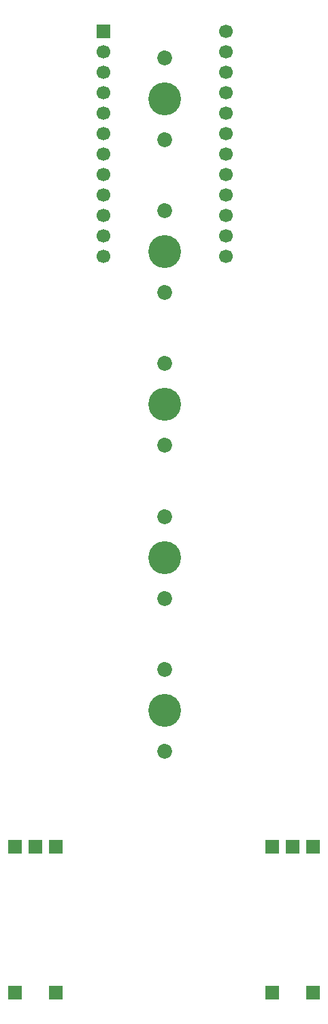
<source format=gbr>
%TF.GenerationSoftware,KiCad,Pcbnew,(5.1.6)-1*%
%TF.CreationDate,2022-03-28T18:13:33-05:00*%
%TF.ProjectId,PR-PCB,50522d50-4342-42e6-9b69-6361645f7063,rev?*%
%TF.SameCoordinates,Original*%
%TF.FileFunction,Soldermask,Bot*%
%TF.FilePolarity,Negative*%
%FSLAX46Y46*%
G04 Gerber Fmt 4.6, Leading zero omitted, Abs format (unit mm)*
G04 Created by KiCad (PCBNEW (5.1.6)-1) date 2022-03-28 18:13:33*
%MOMM*%
%LPD*%
G01*
G04 APERTURE LIST*
%ADD10C,4.087800*%
%ADD11C,1.850000*%
%ADD12C,1.700000*%
%ADD13R,1.700000X1.700000*%
%ADD14R,1.800000X1.800000*%
G04 APERTURE END LIST*
D10*
%TO.C,MX5*%
X9850000Y-9650000D03*
D11*
X9850000Y-4570000D03*
X9850000Y-14730000D03*
%TD*%
D10*
%TO.C,MX4*%
X9850000Y-28650000D03*
D11*
X9850000Y-23570000D03*
X9850000Y-33730000D03*
%TD*%
D10*
%TO.C,MX3*%
X9850000Y-47650000D03*
D11*
X9850000Y-42570000D03*
X9850000Y-52730000D03*
%TD*%
D10*
%TO.C,MX2*%
X9850000Y-66650000D03*
D11*
X9850000Y-61570000D03*
X9850000Y-71730000D03*
%TD*%
D10*
%TO.C,MX1*%
X9850000Y-85650000D03*
D11*
X9850000Y-80570000D03*
X9850000Y-90730000D03*
%TD*%
D12*
%TO.C,U1*%
X17470000Y-1300000D03*
X17470000Y-3840000D03*
X17470000Y-6380000D03*
X17470000Y-8920000D03*
X17470000Y-11460000D03*
X17470000Y-14000000D03*
X17470000Y-16540000D03*
X17470000Y-19080000D03*
X17470000Y-21620000D03*
X17470000Y-24160000D03*
X17470000Y-26700000D03*
X17470000Y-29240000D03*
X2230000Y-29240000D03*
X2230000Y-26700000D03*
X2230000Y-24160000D03*
X2230000Y-21620000D03*
X2230000Y-19080000D03*
X2230000Y-16540000D03*
X2230000Y-14000000D03*
X2230000Y-11460000D03*
X2230000Y-8920000D03*
X2230000Y-6380000D03*
X2230000Y-3840000D03*
D13*
X2230000Y-1300000D03*
%TD*%
D14*
%TO.C,SW2*%
X-8740000Y-102550000D03*
X-3660000Y-102550000D03*
X-6200000Y-102550000D03*
X-8740000Y-120650000D03*
X-3660000Y-120650000D03*
%TD*%
%TO.C,SW1*%
X28340000Y-120650000D03*
X23260000Y-120650000D03*
X25800000Y-102550000D03*
X28340000Y-102550000D03*
X23260000Y-102550000D03*
%TD*%
M02*

</source>
